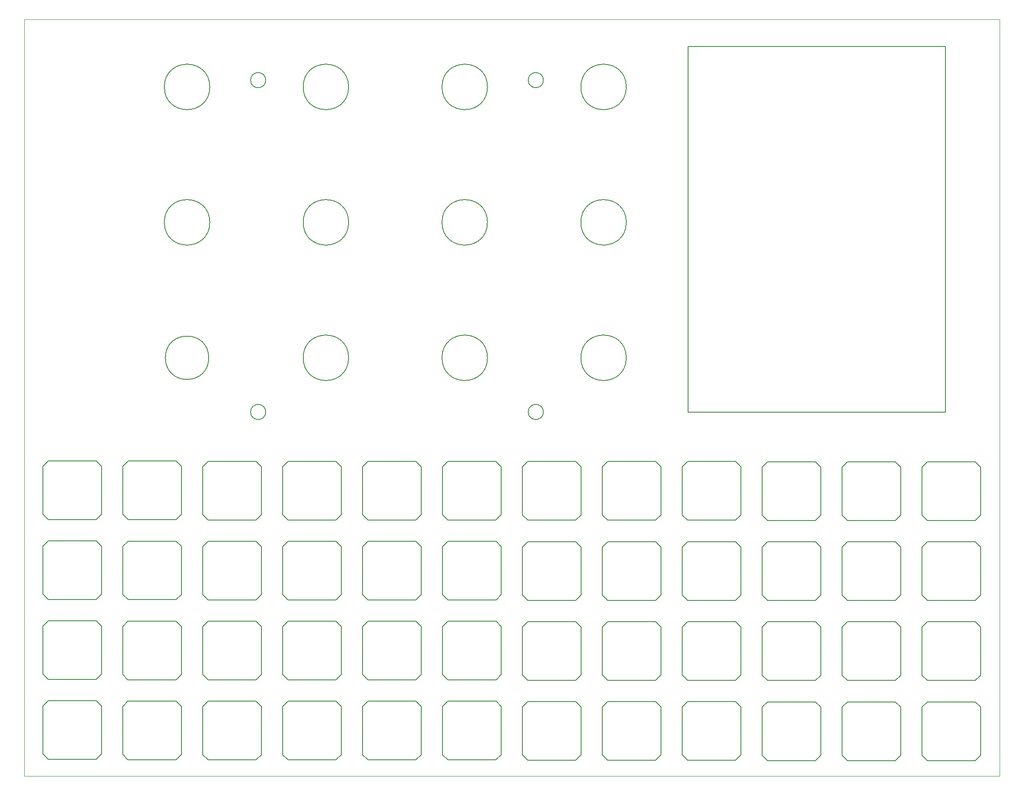
<source format=gko>
G04 Layer: BoardOutlineLayer*
G04 EasyEDA v6.5.39, 2024-01-11 07:40:14*
G04 c16b94320d5147dcba17a70f14251818,24315905b9734375b2ccc5c6aeea7757,10*
G04 Gerber Generator version 0.2*
G04 Scale: 100 percent, Rotated: No, Reflected: No *
G04 Dimensions in inches *
G04 leading zeros omitted , absolute positions ,3 integer and 6 decimal *
%FSLAX36Y36*%
%MOIN*%

%ADD10C,0.0050*%
%ADD11C,0.0020*%
D10*
X175000Y1735000D02*
G01*
X135625Y1695630D01*
X135617Y1341327D01*
X175019Y1301929D01*
X529315Y1301929D01*
X568719Y1341327D01*
X568695Y1695630D01*
X529326Y1735000D01*
X175000Y1735000D01*
X763617Y1143069D02*
G01*
X724247Y1103701D01*
X724238Y749402D01*
X763641Y710000D01*
X1117938Y710000D01*
X1157337Y749402D01*
X1157318Y1103701D01*
X1117948Y1143069D01*
X763617Y1143069D01*
X175000Y1145000D02*
G01*
X135625Y1105630D01*
X135617Y751327D01*
X175019Y711929D01*
X529315Y711929D01*
X568719Y751327D01*
X568695Y1105630D01*
X529326Y1145000D01*
X175000Y1145000D01*
X763617Y553069D02*
G01*
X724247Y513701D01*
X724238Y159402D01*
X763638Y120000D01*
X1117934Y120000D01*
X1157339Y159402D01*
X1157318Y513701D01*
X1117948Y553069D01*
X763617Y553069D01*
X175000Y555000D02*
G01*
X135625Y515630D01*
X135617Y161327D01*
X175014Y121929D01*
X529311Y121929D01*
X568715Y161327D01*
X568695Y515630D01*
X529326Y555000D01*
X175000Y555000D01*
X4895994Y549077D02*
G01*
X4856619Y509706D01*
X4856614Y155403D01*
X4896013Y116006D01*
X5250309Y116006D01*
X5289709Y155403D01*
X5289690Y509706D01*
X5250320Y549077D01*
X4895994Y549077D01*
X6665720Y547145D02*
G01*
X6626345Y507775D01*
X6626340Y153474D01*
X6665735Y114077D01*
X7020032Y114077D01*
X7059435Y153474D01*
X7059412Y507775D01*
X7020042Y547145D01*
X6665720Y547145D01*
X6075164Y547145D02*
G01*
X6035793Y507775D01*
X6035784Y153474D01*
X6075182Y114077D01*
X6429480Y114077D01*
X6468883Y153474D01*
X6468860Y507775D01*
X6429489Y547145D01*
X6075164Y547145D01*
X5484611Y547145D02*
G01*
X5445241Y507775D01*
X5445231Y153479D01*
X5484636Y114077D01*
X5838932Y114077D01*
X5878333Y153479D01*
X5878312Y507775D01*
X5838942Y547145D01*
X5484611Y547145D01*
X2535720Y551006D02*
G01*
X2496345Y511637D01*
X2496340Y157334D01*
X2535735Y117937D01*
X2890032Y117937D01*
X2929435Y157334D01*
X2929412Y511637D01*
X2890042Y551006D01*
X2535720Y551006D01*
X4305442Y549077D02*
G01*
X4266072Y509706D01*
X4266062Y155403D01*
X4305456Y116006D01*
X4659758Y116006D01*
X4699157Y155403D01*
X4699138Y509706D01*
X4659768Y549077D01*
X4305442Y549077D01*
X3714889Y549077D02*
G01*
X3675519Y509706D01*
X3675510Y155410D01*
X3714910Y116006D01*
X4069206Y116006D01*
X4108611Y155410D01*
X4108590Y509706D01*
X4069220Y549077D01*
X3714889Y549077D01*
X3126271Y551006D02*
G01*
X3086896Y511637D01*
X3086891Y157334D01*
X3126287Y117937D01*
X3480583Y117937D01*
X3519988Y157334D01*
X3519967Y511637D01*
X3480598Y551006D01*
X3126271Y551006D01*
X1945164Y551006D02*
G01*
X1905793Y511637D01*
X1905784Y157334D01*
X1945182Y117937D01*
X2299480Y117937D01*
X2338883Y157334D01*
X2338860Y511637D01*
X2299489Y551006D01*
X1945164Y551006D01*
X1354611Y551006D02*
G01*
X1315241Y511637D01*
X1315231Y157339D01*
X1354636Y117937D01*
X1708932Y117937D01*
X1748333Y157339D01*
X1748312Y511637D01*
X1708942Y551006D01*
X1354611Y551006D01*
X4896013Y1139596D02*
G01*
X4856638Y1100225D01*
X4856634Y745922D01*
X4896032Y706525D01*
X5250330Y706525D01*
X5289730Y745922D01*
X5289709Y1100225D01*
X5250339Y1139596D01*
X4896013Y1139596D01*
X6665739Y1137665D02*
G01*
X6626364Y1098294D01*
X6626360Y743993D01*
X6665754Y704596D01*
X7020051Y704596D01*
X7059456Y743993D01*
X7059431Y1098294D01*
X7020061Y1137665D01*
X6665739Y1137665D01*
X6075183Y1137665D02*
G01*
X6035814Y1098294D01*
X6035803Y743993D01*
X6075203Y704596D01*
X6429499Y704596D01*
X6468904Y743993D01*
X6468879Y1098294D01*
X6429510Y1137665D01*
X6075183Y1137665D01*
X5484632Y1137665D02*
G01*
X5445262Y1098294D01*
X5445252Y743998D01*
X5484656Y704596D01*
X5838953Y704596D01*
X5878352Y743998D01*
X5878333Y1098294D01*
X5838963Y1137665D01*
X5484632Y1137665D01*
X2535739Y1141525D02*
G01*
X2496364Y1102157D01*
X2496360Y747853D01*
X2535754Y708456D01*
X2890051Y708456D01*
X2929456Y747853D01*
X2929431Y1102157D01*
X2890061Y1141525D01*
X2535739Y1141525D01*
X4305461Y1139596D02*
G01*
X4266091Y1100225D01*
X4266081Y745922D01*
X4305477Y706525D01*
X4659777Y706525D01*
X4699178Y745922D01*
X4699157Y1100225D01*
X4659787Y1139596D01*
X4305461Y1139596D01*
X3714910Y1139596D02*
G01*
X3675540Y1100225D01*
X3675529Y745929D01*
X3714930Y706525D01*
X4069227Y706525D01*
X4108630Y745929D01*
X4108611Y1100225D01*
X4069241Y1139596D01*
X3714910Y1139596D01*
X3126292Y1141525D02*
G01*
X3086917Y1102157D01*
X3086912Y747853D01*
X3126306Y708456D01*
X3480604Y708456D01*
X3520007Y747853D01*
X3519988Y1102157D01*
X3480618Y1141525D01*
X3126292Y1141525D01*
X1945183Y1141525D02*
G01*
X1905814Y1102157D01*
X1905803Y747853D01*
X1945203Y708456D01*
X2299499Y708456D01*
X2338904Y747853D01*
X2338879Y1102157D01*
X2299510Y1141525D01*
X1945183Y1141525D01*
X1354632Y1141525D02*
G01*
X1315262Y1102157D01*
X1315252Y747858D01*
X1354656Y708456D01*
X1708953Y708456D01*
X1748352Y747858D01*
X1748333Y1102157D01*
X1708963Y1141525D01*
X1354632Y1141525D01*
X4896013Y1730145D02*
G01*
X4856638Y1690776D01*
X4856634Y1336471D01*
X4896032Y1297074D01*
X5250330Y1297074D01*
X5289730Y1336471D01*
X5289709Y1690776D01*
X5250339Y1730145D01*
X4896013Y1730145D01*
X6665739Y1728215D02*
G01*
X6626364Y1688845D01*
X6626360Y1334542D01*
X6665754Y1295145D01*
X7020051Y1295145D01*
X7059456Y1334542D01*
X7059431Y1688845D01*
X7020061Y1728215D01*
X6665739Y1728215D01*
X6075183Y1728215D02*
G01*
X6035814Y1688845D01*
X6035803Y1334542D01*
X6075203Y1295145D01*
X6429499Y1295145D01*
X6468904Y1334542D01*
X6468879Y1688845D01*
X6429510Y1728215D01*
X6075183Y1728215D01*
X5484632Y1728215D02*
G01*
X5445262Y1688845D01*
X5445252Y1334547D01*
X5484656Y1295145D01*
X5838953Y1295145D01*
X5878352Y1334547D01*
X5878333Y1688845D01*
X5838963Y1728215D01*
X5484632Y1728215D01*
X2535739Y1732074D02*
G01*
X2496364Y1692707D01*
X2496360Y1338402D01*
X2535754Y1299005D01*
X2890051Y1299005D01*
X2929456Y1338402D01*
X2929431Y1692707D01*
X2890061Y1732074D01*
X2535739Y1732074D01*
X4305461Y1730145D02*
G01*
X4266091Y1690776D01*
X4266081Y1336471D01*
X4305477Y1297074D01*
X4659777Y1297074D01*
X4699178Y1336471D01*
X4699157Y1690776D01*
X4659787Y1730145D01*
X4305461Y1730145D01*
X3714910Y1730145D02*
G01*
X3675540Y1690776D01*
X3675529Y1336478D01*
X3714930Y1297074D01*
X4069227Y1297074D01*
X4108630Y1336478D01*
X4108611Y1690776D01*
X4069241Y1730145D01*
X3714910Y1730145D01*
X3126292Y1732074D02*
G01*
X3086917Y1692707D01*
X3086912Y1338402D01*
X3126306Y1299005D01*
X3480604Y1299005D01*
X3520007Y1338402D01*
X3519988Y1692707D01*
X3480618Y1732074D01*
X3126292Y1732074D01*
X1945183Y1732074D02*
G01*
X1905814Y1692707D01*
X1905803Y1338402D01*
X1945203Y1299005D01*
X2299499Y1299005D01*
X2338904Y1338402D01*
X2338879Y1692707D01*
X2299510Y1732074D01*
X1945183Y1732074D01*
X1354632Y1732074D02*
G01*
X1315262Y1692707D01*
X1315252Y1338407D01*
X1354656Y1299005D01*
X1708953Y1299005D01*
X1748352Y1338407D01*
X1748333Y1692707D01*
X1708963Y1732074D01*
X1354632Y1732074D01*
X766013Y1734005D02*
G01*
X726640Y1694636D01*
X726633Y1340333D01*
X766032Y1300934D01*
X1120330Y1300934D01*
X1159733Y1340333D01*
X1159709Y1694636D01*
X1120339Y1734005D01*
X766013Y1734005D01*
X175000Y2325000D02*
G01*
X135630Y2285630D01*
X135619Y1931329D01*
X175019Y1891930D01*
X529319Y1891930D01*
X568719Y1931329D01*
X568699Y2285630D01*
X529329Y2325000D01*
X175000Y2325000D01*
X4895554Y2321138D02*
G01*
X4856179Y2281770D01*
X4856174Y1927467D01*
X4895568Y1888069D01*
X5249866Y1888069D01*
X5289269Y1927467D01*
X5289246Y2281770D01*
X5249876Y2321138D01*
X4895554Y2321138D01*
X6665276Y2319209D02*
G01*
X6625901Y2279839D01*
X6625896Y1925536D01*
X6665294Y1886138D01*
X7019592Y1886138D01*
X7058991Y1925536D01*
X7058972Y2279839D01*
X7019602Y2319209D01*
X6665276Y2319209D01*
X6074723Y2319209D02*
G01*
X6035353Y2279839D01*
X6035343Y1925536D01*
X6074739Y1886138D01*
X6429040Y1886138D01*
X6468440Y1925536D01*
X6468419Y2279839D01*
X6429049Y2319209D01*
X6074723Y2319209D01*
X5484171Y2319209D02*
G01*
X5444802Y2279839D01*
X5444791Y1925542D01*
X5484192Y1886138D01*
X5838489Y1886138D01*
X5877893Y1925542D01*
X5877873Y2279839D01*
X5838503Y2319209D01*
X5484171Y2319209D01*
X2535276Y2323069D02*
G01*
X2495901Y2283699D01*
X2495896Y1929398D01*
X2535294Y1889998D01*
X2889592Y1889998D01*
X2928995Y1929398D01*
X2928972Y2283699D01*
X2889602Y2323069D01*
X2535276Y2323069D01*
X4304997Y2321138D02*
G01*
X4265627Y2281770D01*
X4265618Y1927467D01*
X4305016Y1888069D01*
X4659314Y1888069D01*
X4698717Y1927467D01*
X4698693Y2281770D01*
X4659323Y2321138D01*
X4304997Y2321138D01*
X3714445Y2321138D02*
G01*
X3675075Y2281770D01*
X3675065Y1927471D01*
X3714470Y1888069D01*
X4068766Y1888069D01*
X4108167Y1927471D01*
X4108146Y2281770D01*
X4068777Y2321138D01*
X3714445Y2321138D01*
X3125828Y2323069D02*
G01*
X3086454Y2283699D01*
X3086448Y1929398D01*
X3125847Y1889998D01*
X3480144Y1889998D01*
X3519548Y1929398D01*
X3519524Y2283699D01*
X3480154Y2323069D01*
X3125828Y2323069D01*
X1944723Y2323069D02*
G01*
X1905351Y2283699D01*
X1905343Y1929398D01*
X1944742Y1889998D01*
X2299040Y1889998D01*
X2338443Y1929398D01*
X2338419Y2283699D01*
X2299049Y2323069D01*
X1944723Y2323069D01*
X1354171Y2323069D02*
G01*
X1314801Y2283699D01*
X1314791Y1929400D01*
X1354192Y1890001D01*
X1708491Y1890001D01*
X1747893Y1929400D01*
X1747872Y2283699D01*
X1708503Y2323069D01*
X1354171Y2323069D01*
X765550Y2325000D02*
G01*
X726179Y2285630D01*
X726170Y1931327D01*
X765569Y1891929D01*
X1119868Y1891929D01*
X1159270Y1931327D01*
X1159248Y2285630D01*
X1119879Y2325000D01*
X765550Y2325000D01*
D11*
X7200000Y5586999D02*
G01*
X7200000Y0D01*
X0Y0D01*
X0Y5587500D01*
X7200000Y5587500D01*
D10*
X4900000Y5387500D02*
G01*
X6800000Y5387500D01*
X6800000Y2687500D01*
X4900000Y2687500D01*
X4900000Y5387500D01*
G75*
G01
X1367710Y5087500D02*
G03X1367710Y5087500I-167710J0D01*
G75*
G01
X2392710Y5087500D02*
G03X2392710Y5087500I-167710J0D01*
G75*
G01
X3417710Y5087500D02*
G03X3417710Y5087500I-167710J0D01*
G75*
G01
X4442710Y5087500D02*
G03X4442710Y5087500I-167710J0D01*
G75*
G01
X4442710Y4087500D02*
G03X4442710Y4087500I-167710J0D01*
G75*
G01
X3417710Y4087500D02*
G03X3417710Y4087500I-167710J0D01*
G75*
G01
X2392710Y4087500D02*
G03X2392710Y4087500I-167710J0D01*
G75*
G01
X1367710Y4087500D02*
G03X1367710Y4087500I-167710J0D01*
G75*
G01
X2392710Y3087500D02*
G03X2392710Y3087500I-167710J0D01*
G75*
G01
X1360080Y3087500D02*
G03X1360080Y3087500I-160080J0D01*
G75*
G01
X3417710Y3087500D02*
G03X3417710Y3087500I-167710J0D01*
G75*
G01
X4442710Y3087500D02*
G03X4442710Y3087500I-167710J0D01*
G75*
G01
X3830900Y5137500D02*
G03X3830900Y5137500I-55900J0D01*
G75*
G01
X1780900Y5137500D02*
G03X1780900Y5137500I-55900J0D01*
G75*
G01
X1780900Y2687500D02*
G03X1780900Y2687500I-55900J0D01*
G75*
G01
X3830900Y2687500D02*
G03X3830900Y2687500I-55900J0D01*

%LPD*%
M02*

</source>
